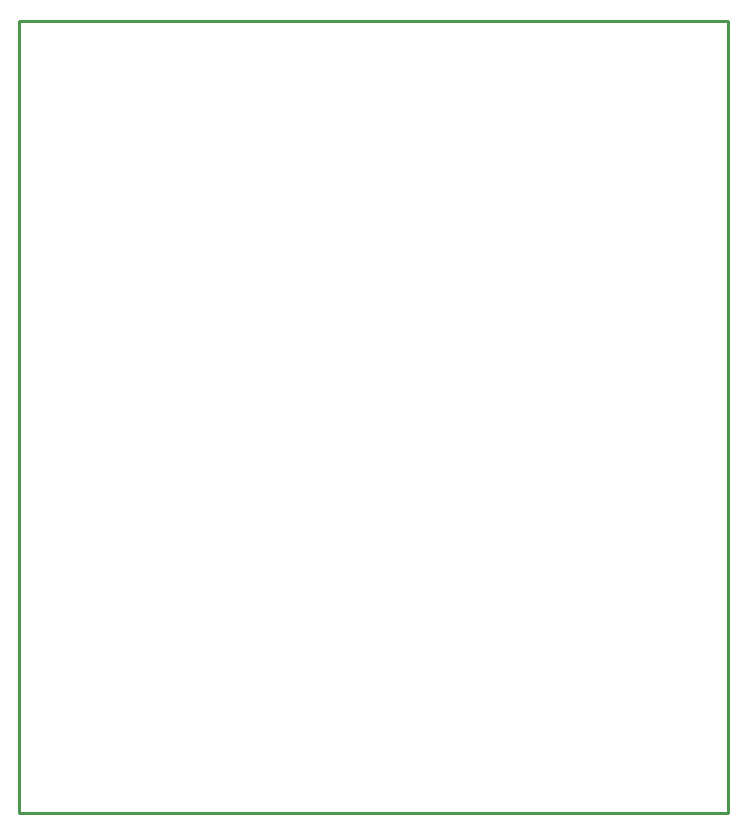
<source format=gbr>
G04 This is an RS-274x file exported by *
G04 gerbv version 2.3.0 *
G04 More information is available about gerbv at *
G04 http://gerbv.sourceforge.net/ *
G04 --End of header info--*
%MOIN*%
%FSLAX23Y23*%
%IPPOS*%
G04 --Define apertures--*
%ADD10C,0.0100*%
%ADD11R,0.0080X0.0080*%
%ADD12C,0.0060*%
G04 --Start main section--*
G54D10*
G01X00000Y02638D02*
G01X02362Y02638D01*
G01X00000Y02638D02*
G01X00000Y00000D01*
G01X02362Y02638D02*
G01X02362Y00000D01*
G01X00000Y00000D02*
G01X02362Y00000D01*
M02*

</source>
